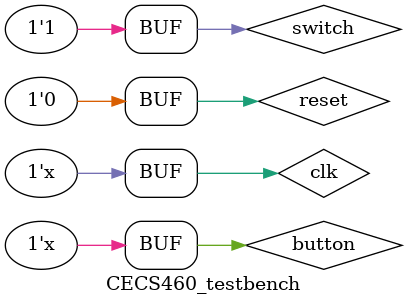
<source format=v>
`timescale 1ns / 1ps


module CECS460_testbench;

	// Inputs
	reg reset;
	reg clk;
	reg button;
	reg switch;

	// Outputs
	wire [7:0] anode;
	wire [6:0] cathode;

	// Instantiate the Unit Under Test (UUT)
	CECS460_top uut (
		.reset(reset), 
		.clk(clk), 
		.button(button), 
		.switch(switch), 
		.anode(anode), 
		.cathode(cathode)
	);
	
always #5 clk = ~clk; 

// pushing button with delay
always #20000000 button = ~button;

	initial begin
		// Initialize Inputs
		reset = 1;
		clk = 0;
		button = 0;
		switch = 1;

		// Wait 100 ns for global reset to finish
		#100;
		reset = 0; 
		button = 1;
	

	end
      
endmodule


</source>
